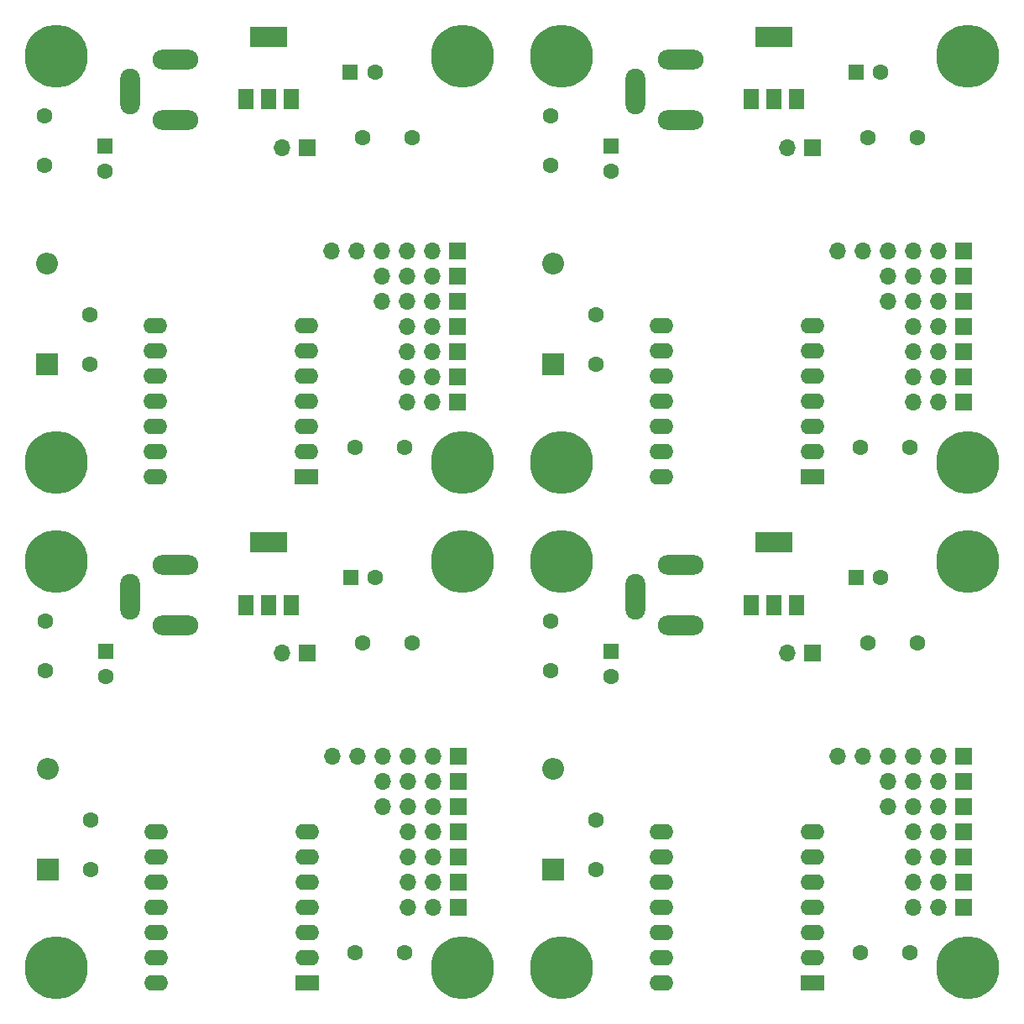
<source format=gts>
%MOIN*%
%OFA0B0*%
%FSLAX46Y46*%
%IPPOS*%
%LPD*%
%ADD10R,0.059055118110236227X0.07874015748031496*%
%ADD11R,0.14960629921259844X0.07874015748031496*%
%ADD12R,0.066929133858267723X0.066929133858267723*%
%ADD13O,0.066929133858267723X0.066929133858267723*%
%ADD14C,0.25*%
%ADD15C,0.062992125984251982*%
%ADD16R,0.062992125984251982X0.062992125984251982*%
%ADD17O,0.18110236220472439X0.07874015748031496*%
%ADD18O,0.07874015748031496X0.18110236220472439*%
%ADD19R,0.094488188976377951X0.062992125984251982*%
%ADD20O,0.094488188976377951X0.062992125984251982*%
%ADD21R,0.086614173228346469X0.086614173228346469*%
%ADD22O,0.086614173228346469X0.086614173228346469*%
%ADD33R,0.059055118110236227X0.07874015748031496*%
%ADD34R,0.14960629921259844X0.07874015748031496*%
%ADD35R,0.066929133858267723X0.066929133858267723*%
%ADD36O,0.066929133858267723X0.066929133858267723*%
%ADD37C,0.25*%
%ADD38C,0.062992125984251982*%
%ADD39R,0.062992125984251982X0.062992125984251982*%
%ADD40O,0.18110236220472439X0.07874015748031496*%
%ADD41O,0.07874015748031496X0.18110236220472439*%
%ADD42R,0.094488188976377951X0.062992125984251982*%
%ADD43O,0.094488188976377951X0.062992125984251982*%
%ADD44R,0.086614173228346469X0.086614173228346469*%
%ADD45O,0.086614173228346469X0.086614173228346469*%
%ADD46R,0.059055118110236227X0.07874015748031496*%
%ADD47R,0.14960629921259844X0.07874015748031496*%
%ADD48R,0.066929133858267723X0.066929133858267723*%
%ADD49O,0.066929133858267723X0.066929133858267723*%
%ADD50C,0.25*%
%ADD51C,0.062992125984251982*%
%ADD52R,0.062992125984251982X0.062992125984251982*%
%ADD53O,0.18110236220472439X0.07874015748031496*%
%ADD54O,0.07874015748031496X0.18110236220472439*%
%ADD55R,0.094488188976377951X0.062992125984251982*%
%ADD56O,0.094488188976377951X0.062992125984251982*%
%ADD57R,0.086614173228346469X0.086614173228346469*%
%ADD58O,0.086614173228346469X0.086614173228346469*%
%ADD59R,0.059055118110236227X0.07874015748031496*%
%ADD60R,0.14960629921259844X0.07874015748031496*%
%ADD61R,0.066929133858267723X0.066929133858267723*%
%ADD62O,0.066929133858267723X0.066929133858267723*%
%ADD63C,0.25*%
%ADD64C,0.062992125984251982*%
%ADD65R,0.062992125984251982X0.062992125984251982*%
%ADD66O,0.18110236220472439X0.07874015748031496*%
%ADD67O,0.07874015748031496X0.18110236220472439*%
%ADD68R,0.094488188976377951X0.062992125984251982*%
%ADD69O,0.094488188976377951X0.062992125984251982*%
%ADD70R,0.086614173228346469X0.086614173228346469*%
%ADD71O,0.086614173228346469X0.086614173228346469*%
G01*
D10*
X0000000999Y0001929133D02*
X0000912231Y0001599784D03*
X0001002782Y0001599784D03*
X0001093333Y0001599784D03*
D11*
X0001002782Y0001847815D03*
D12*
X0001754829Y0000597500D03*
D13*
X0001654829Y0000597500D03*
X0001554829Y0000597500D03*
D14*
X0000158480Y0001771653D03*
X0001772653Y0001771653D03*
X0001772653Y0000157480D03*
D12*
X0001754829Y0000397500D03*
D13*
X0001654829Y0000397500D03*
X0001554829Y0000397500D03*
D12*
X0001754239Y0000497500D03*
D13*
X0001654239Y0000497500D03*
X0001554239Y0000497500D03*
D15*
X0000294829Y0000549075D03*
X0000294829Y0000745925D03*
D14*
X0000158480Y0000157480D03*
D16*
X0000354829Y0001414051D03*
D15*
X0000354829Y0001315625D03*
D16*
X0001328279Y0001707500D03*
D15*
X0001426704Y0001707500D03*
D17*
X0000632782Y0001517976D03*
X0000632782Y0001758133D03*
D18*
X0000451680Y0001632149D03*
D12*
X0001754829Y0000997500D03*
D13*
X0001654829Y0000997500D03*
X0001554829Y0000997500D03*
X0001454829Y0000997500D03*
X0001354829Y0000997500D03*
X0001254829Y0000997500D03*
D15*
X0000114829Y0001535925D03*
X0000114829Y0001339075D03*
D12*
X0001754239Y0000697500D03*
D13*
X0001654239Y0000697500D03*
X0001554239Y0000697500D03*
D12*
X0001754436Y0000797500D03*
D13*
X0001654436Y0000797500D03*
X0001554436Y0000797500D03*
X0001454436Y0000797500D03*
D12*
X0001155026Y0001407500D03*
D13*
X0001055026Y0001407500D03*
D15*
X0001346404Y0000217500D03*
X0001543255Y0000217500D03*
D19*
X0001154829Y0000100500D03*
D20*
X0001154829Y0000200500D03*
X0001154829Y0000300500D03*
X0001154829Y0000400500D03*
X0001154829Y0000500500D03*
X0001154829Y0000600500D03*
X0001154829Y0000700500D03*
X0000554829Y0000700500D03*
X0000554829Y0000600500D03*
X0000554829Y0000500500D03*
X0000554829Y0000400500D03*
X0000554829Y0000300500D03*
X0000554829Y0000200500D03*
X0000554829Y0000100500D03*
D15*
X0001376404Y0001447500D03*
X0001573255Y0001447500D03*
D12*
X0001754829Y0000897500D03*
D13*
X0001654829Y0000897500D03*
X0001554829Y0000897500D03*
X0001454829Y0000897500D03*
D21*
X0000124829Y0000547500D03*
D22*
X0000124829Y0000947500D03*
G04 next file*
G04 Gerber Fmt 4.6, Leading zero omitted, Abs format (unit mm)*
G04 Created by KiCad (PCBNEW (6.0.1)) date 2022-06-02 15:28:00*
G01*
G04 APERTURE LIST*
G04 APERTURE END LIST*
D33*
X0000000000Y0003937007D02*
X0000911231Y0003607658D03*
X0001001782Y0003607658D03*
X0001092333Y0003607658D03*
D34*
X0001001782Y0003855689D03*
D35*
X0001753830Y0002605374D03*
D36*
X0001653830Y0002605374D03*
X0001553830Y0002605374D03*
D37*
X0000157480Y0003779527D03*
X0001771653Y0003779527D03*
X0001771653Y0002165354D03*
D35*
X0001753830Y0002405374D03*
D36*
X0001653830Y0002405374D03*
X0001553830Y0002405374D03*
D35*
X0001753239Y0002505374D03*
D36*
X0001653239Y0002505374D03*
X0001553239Y0002505374D03*
D38*
X0000293830Y0002556949D03*
X0000293830Y0002753799D03*
D37*
X0000157480Y0002165354D03*
D39*
X0000353830Y0003421925D03*
D38*
X0000353830Y0003323499D03*
D39*
X0001327279Y0003715374D03*
D38*
X0001425704Y0003715374D03*
D40*
X0000631782Y0003525850D03*
X0000631782Y0003766007D03*
D41*
X0000450680Y0003640023D03*
D35*
X0001753830Y0003005374D03*
D36*
X0001653830Y0003005374D03*
X0001553830Y0003005374D03*
X0001453830Y0003005374D03*
X0001353830Y0003005374D03*
X0001253830Y0003005374D03*
D38*
X0000113830Y0003543799D03*
X0000113830Y0003346949D03*
D35*
X0001753239Y0002705374D03*
D36*
X0001653239Y0002705374D03*
X0001553239Y0002705374D03*
D35*
X0001753436Y0002805374D03*
D36*
X0001653436Y0002805374D03*
X0001553436Y0002805374D03*
X0001453436Y0002805374D03*
D35*
X0001154026Y0003415374D03*
D36*
X0001054026Y0003415374D03*
D38*
X0001345404Y0002225374D03*
X0001542255Y0002225374D03*
D42*
X0001153830Y0002108374D03*
D43*
X0001153830Y0002208374D03*
X0001153830Y0002308374D03*
X0001153830Y0002408374D03*
X0001153830Y0002508374D03*
X0001153830Y0002608374D03*
X0001153830Y0002708374D03*
X0000553830Y0002708374D03*
X0000553830Y0002608374D03*
X0000553830Y0002508374D03*
X0000553830Y0002408374D03*
X0000553830Y0002308374D03*
X0000553830Y0002208374D03*
X0000553830Y0002108374D03*
D38*
X0001375404Y0003455374D03*
X0001572255Y0003455374D03*
D35*
X0001753830Y0002905374D03*
D36*
X0001653830Y0002905374D03*
X0001553830Y0002905374D03*
X0001453830Y0002905374D03*
D44*
X0000123830Y0002555374D03*
D45*
X0000123830Y0002955374D03*
G04 next file*
G04 Gerber Fmt 4.6, Leading zero omitted, Abs format (unit mm)*
G04 Created by KiCad (PCBNEW (6.0.1)) date 2022-06-02 15:28:00*
G01*
G04 APERTURE LIST*
G04 APERTURE END LIST*
D46*
X0002007874Y0003937007D02*
X0002919105Y0003607658D03*
X0003009656Y0003607658D03*
X0003100207Y0003607658D03*
D47*
X0003009656Y0003855689D03*
D48*
X0003761704Y0002605374D03*
D49*
X0003661704Y0002605374D03*
X0003561704Y0002605374D03*
D50*
X0002165354Y0003779527D03*
X0003779527Y0003779527D03*
X0003779527Y0002165354D03*
D48*
X0003761704Y0002405374D03*
D49*
X0003661704Y0002405374D03*
X0003561704Y0002405374D03*
D48*
X0003761113Y0002505374D03*
D49*
X0003661113Y0002505374D03*
X0003561113Y0002505374D03*
D51*
X0002301704Y0002556949D03*
X0002301704Y0002753799D03*
D50*
X0002165354Y0002165354D03*
D52*
X0002361704Y0003421925D03*
D51*
X0002361704Y0003323499D03*
D52*
X0003335153Y0003715374D03*
D51*
X0003433578Y0003715374D03*
D53*
X0002639656Y0003525850D03*
X0002639656Y0003766007D03*
D54*
X0002458554Y0003640023D03*
D48*
X0003761704Y0003005374D03*
D49*
X0003661704Y0003005374D03*
X0003561704Y0003005374D03*
X0003461703Y0003005374D03*
X0003361704Y0003005374D03*
X0003261704Y0003005374D03*
D51*
X0002121704Y0003543799D03*
X0002121704Y0003346949D03*
D48*
X0003761113Y0002705374D03*
D49*
X0003661113Y0002705374D03*
X0003561113Y0002705374D03*
D48*
X0003761310Y0002805374D03*
D49*
X0003661310Y0002805374D03*
X0003561310Y0002805374D03*
X0003461310Y0002805374D03*
D48*
X0003161900Y0003415374D03*
D49*
X0003061900Y0003415374D03*
D51*
X0003353278Y0002225374D03*
X0003550129Y0002225374D03*
D55*
X0003161704Y0002108374D03*
D56*
X0003161704Y0002208374D03*
X0003161704Y0002308374D03*
X0003161704Y0002408374D03*
X0003161704Y0002508374D03*
X0003161704Y0002608374D03*
X0003161704Y0002708374D03*
X0002561704Y0002708374D03*
X0002561704Y0002608374D03*
X0002561704Y0002508374D03*
X0002561704Y0002408374D03*
X0002561704Y0002308374D03*
X0002561704Y0002208374D03*
X0002561704Y0002108374D03*
D51*
X0003383278Y0003455374D03*
X0003580129Y0003455374D03*
D48*
X0003761704Y0002905374D03*
D49*
X0003661704Y0002905374D03*
X0003561704Y0002905374D03*
X0003461703Y0002905374D03*
D57*
X0002131704Y0002555374D03*
D58*
X0002131704Y0002955374D03*
G04 next file*
G04 Gerber Fmt 4.6, Leading zero omitted, Abs format (unit mm)*
G04 Created by KiCad (PCBNEW (6.0.1)) date 2022-06-02 15:28:00*
G01*
G04 APERTURE LIST*
G04 APERTURE END LIST*
D59*
X0002007874Y0001929133D02*
X0002919105Y0001599784D03*
X0003009656Y0001599784D03*
X0003100207Y0001599784D03*
D60*
X0003009656Y0001847815D03*
D61*
X0003761704Y0000597500D03*
D62*
X0003661704Y0000597500D03*
X0003561704Y0000597500D03*
D63*
X0002165354Y0001771653D03*
X0003779527Y0001771653D03*
X0003779527Y0000157480D03*
D61*
X0003761704Y0000397500D03*
D62*
X0003661704Y0000397500D03*
X0003561704Y0000397500D03*
D61*
X0003761113Y0000497500D03*
D62*
X0003661113Y0000497500D03*
X0003561113Y0000497500D03*
D64*
X0002301704Y0000549075D03*
X0002301704Y0000745925D03*
D63*
X0002165354Y0000157480D03*
D65*
X0002361704Y0001414051D03*
D64*
X0002361704Y0001315625D03*
D65*
X0003335153Y0001707500D03*
D64*
X0003433578Y0001707500D03*
D66*
X0002639656Y0001517976D03*
X0002639656Y0001758133D03*
D67*
X0002458554Y0001632149D03*
D61*
X0003761704Y0000997500D03*
D62*
X0003661704Y0000997500D03*
X0003561704Y0000997500D03*
X0003461703Y0000997500D03*
X0003361704Y0000997500D03*
X0003261704Y0000997500D03*
D64*
X0002121704Y0001535925D03*
X0002121704Y0001339075D03*
D61*
X0003761113Y0000697500D03*
D62*
X0003661113Y0000697500D03*
X0003561113Y0000697500D03*
D61*
X0003761310Y0000797500D03*
D62*
X0003661310Y0000797500D03*
X0003561310Y0000797500D03*
X0003461310Y0000797500D03*
D61*
X0003161900Y0001407500D03*
D62*
X0003061900Y0001407500D03*
D64*
X0003353278Y0000217500D03*
X0003550129Y0000217500D03*
D68*
X0003161704Y0000100500D03*
D69*
X0003161704Y0000200500D03*
X0003161704Y0000300500D03*
X0003161704Y0000400500D03*
X0003161704Y0000500500D03*
X0003161704Y0000600500D03*
X0003161704Y0000700500D03*
X0002561704Y0000700500D03*
X0002561704Y0000600500D03*
X0002561704Y0000500500D03*
X0002561704Y0000400500D03*
X0002561704Y0000300500D03*
X0002561704Y0000200500D03*
X0002561704Y0000100500D03*
D64*
X0003383278Y0001447500D03*
X0003580129Y0001447500D03*
D61*
X0003761704Y0000897500D03*
D62*
X0003661704Y0000897500D03*
X0003561704Y0000897500D03*
X0003461703Y0000897500D03*
D70*
X0002131704Y0000547500D03*
D71*
X0002131704Y0000947500D03*
M02*
</source>
